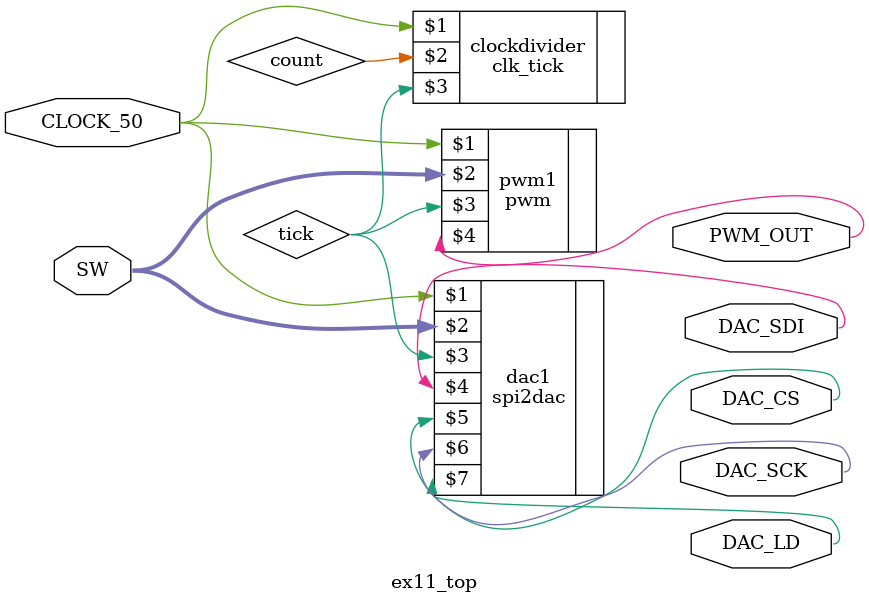
<source format=v>
module ex11_top (
SW,
CLOCK_50,
DAC_CS,
DAC_SDI,
DAC_LD,
DAC_SCK,
PWM_OUT
);	
	input CLOCK_50;
	input [9:0] SW;
	output DAC_CS, DAC_SDI,DAC_LD, DAC_SCK;
	output PWM_OUT;
	wire	tick;
	
	
	clk_tick		clockdivider(CLOCK_50, count, tick);
	spi2dac 		dac1(CLOCK_50, SW, tick, DAC_SDI,DAC_CS,DAC_SCK,DAC_LD);
	pwm			pwm1(CLOCK_50, SW, tick, PWM_OUT);

	endmodule 
</source>
